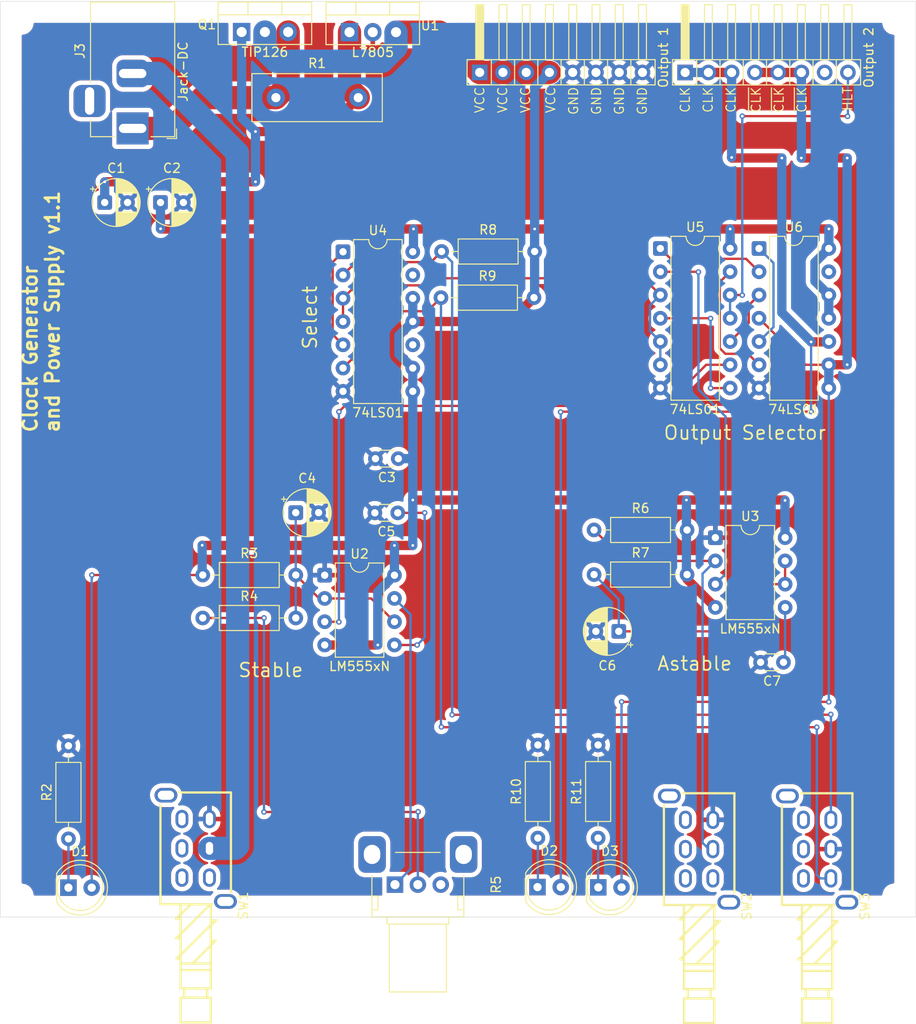
<source format=kicad_pcb>
(kicad_pcb (version 20241229) (generator "pcbnew") (generator_version "9.0")
  (title_block (title "Clock and Power Supply") (date "2025-11-22") (rev "1.1") (company "Marco Vettigli"))
  (layers (0 "F.Cu" signal) (2 "B.Cu" signal) (13 "F.Paste" user) (15 "B.Paste" user) (5 "F.SilkS" user "F.Silkscreen") (7 "B.SilkS" user "B.Silkscreen") (1 "F.Mask" user) (3 "B.Mask" user) (25 "Edge.Cuts" user))
  (net 0 "")
  (net 1 "Net-(Q1-B)")
  (net 2 "GND")
  (net 3 "/VCC")
  (net 4 "Net-(U2-THR)")
  (net 5 "Net-(U2-CV)")
  (net 6 "Net-(U3-DIS)")
  (net 7 "Net-(U3-CV)")
  (net 8 "Net-(D1-K)")
  (net 9 "/CLK")
  (net 10 "Net-(D2-K)")
  (net 11 "/~{CLK}")
  (net 12 "/HLT")
  (net 13 "unconnected-(J2-Pin_7-Pad7)")
  (net 14 "Net-(J3-Pad2)")
  (net 15 "Net-(Q1-E)")
  (net 16 "Net-(R4-Pad1)")
  (net 17 "Net-(U2-DIS)")
  (net 18 "Net-(U3-TR)")
  (net 19 "Net-(SW3-A)")
  (net 20 "Net-(SW3-C)")
  (net 21 "/Astable Clock/Astable")
  (net 22 "/Clock Selector/Stable")
  (net 23 "Net-(U4-Pad1)")
  (net 24 "/Clock Selector/Select")
  (net 27 "Net-(U5-Pad4)")
  (net 28 "Net-(U5-Pad1)")
  (net 29 "Net-(U5-Pad13)")
  (net 30 "Net-(U5-Pad10)")
  (net 31 "Net-(U6-Pad1)")
  (net 33 "Net-(D3-K)")
  (footprint "Capacitor_THT:CP_Radial_D5.0mm_P2.50mm" (layer "F.Cu") (at 97.48 98.82 180)
    (property "Reference" "C6")
    (property "Value" "1u")
  )
  (footprint "Custom:SW-TH_G-SWITCH-PS-22F03N" (layer "F.Cu") (at 106.2595 122.6 -90)
    (property "Reference" "SW2")
    (property "Value" "SPST")
  )
  (footprint "Package_TO_SOT_THT:TO-220-3_Vertical" (layer "F.Cu") (at 68.07 33.39)
    (property "Reference" "U1")
    (property "Value" "L7805")
  )
  (footprint "MountingHole:MountingHole_2.1mm" (layer "F.Cu") (at 127.57 32.37)
    (property "Reference" "REF**" (hide yes))
    (property "Value" "MountingHole_2.1mm" (hide yes))
  )
  (footprint "LED_THT:LED_D5.0mm" (layer "F.Cu") (at 88.605 126.75)
    (property "Reference" "D2")
    (property "Value" "BLUE")
  )
  (footprint "Package_DIP:DIP-8_W7.62mm" (layer "F.Cu") (at 108.03 88.59)
    (property "Reference" "U3")
    (property "Value" "LM555xN")
  )
  (footprint "MountingHole:MountingHole_2.1mm" (layer "F.Cu") (at 32.27 32.37)
    (property "Reference" "REF**" (hide yes))
    (property "Value" "MountingHole_2.1mm" (hide yes))
  )
  (footprint "Resistor_THT:R_Axial_DIN0207_L6.3mm_D2.5mm_P10.16mm_Horizontal" (layer "F.Cu") (at 94.78 87.75)
    (property "Reference" "R6")
    (property "Value" "1k")
  )
  (footprint "Package_DIP:DIP-14_W7.62mm" (layer "F.Cu") (at 102.02 57.01)
    (property "Reference" "U5")
    (property "Value" "74LS01")
  )
  (footprint "MountingHole:MountingHole_2.1mm" (layer "F.Cu") (at 32.27 127.67)
    (property "Reference" "REF**" (hide yes))
    (property "Value" "MountingHole_2.1mm" (hide yes))
  )
  (footprint "Custom:PinHeader_1x08_P2.54mm_Horizontal" (layer "F.Cu") (at 82.29 40.535 90)
    (property "Reference" "J1" (hide yes))
    (property "Value" "Output 1")
  )
  (footprint "Capacitor_THT:CP_Radial_D5.0mm_P2.50mm" (layer "F.Cu") (at 41.33 51.99)
    (property "Reference" "C1")
    (property "Value" "10u")
  )
  (footprint "Capacitor_THT:C_Disc_D3.0mm_W1.6mm_P2.50mm" (layer "F.Cu") (at 73.34 85.88 180)
    (property "Reference" "C5")
    (property "Value" "100n")
  )
  (footprint "Capacitor_THT:C_Disc_D3.0mm_W1.6mm_P2.50mm" (layer "F.Cu") (at 73.4 79.96 180)
    (property "Reference" "C3")
    (property "Value" "100n")
  )
  (footprint "Capacitor_THT:CP_Radial_D5.0mm_P2.50mm" (layer "F.Cu") (at 47.424888 51.99)
    (property "Reference" "C2")
    (property "Value" "10u")
  )
  (footprint "Resistor_THT:R_Axial_DIN0207_L6.3mm_D2.5mm_P10.16mm_Horizontal" (layer "F.Cu") (at 37.37 121.48 90)
    (property "Reference" "R2")
    (property "Value" "220")
  )
  (footprint "Connector_BarrelJack:BarrelJack_Horizontal" (layer "F.Cu") (at 44.38 43.9 -90)
    (property "Reference" "J3")
    (property "Value" "Jack-DC")
  )
  (footprint "Resistor_THT:R_Axial_DIN0207_L6.3mm_D2.5mm_P10.16mm_Horizontal" (layer "F.Cu") (at 78.13 57.34)
    (property "Reference" "R8")
    (property "Value" "10k")
  )
  (footprint "Custom:PinHeader_1x08_P2.54mm_Horizontal" (layer "F.Cu") (at 104.73 40.54 90)
    (property "Reference" "J2" (hide yes))
    (property "Value" "Output 2")
  )
  (footprint "Resistor_THT:R_Axial_DIN0207_L6.3mm_D2.5mm_P10.16mm_Horizontal" (layer "F.Cu") (at 95.225 121.39 90)
    (property "Reference" "R11")
    (property "Value" "220")
  )
  (footprint "Package_TO_SOT_THT:TO-220-3_Vertical" (layer "F.Cu") (at 56.29 33.37)
    (property "Reference" "Q1")
    (property "Value" "TIP126")
  )
  (footprint "LED_THT:LED_D5.0mm" (layer "F.Cu") (at 37.37 126.81)
    (property "Reference" "D1")
    (property "Value" "RED")
  )
  (footprint "Potentiometer_THT:Potentiometer_Alps_RK09K_Single_Horizontal" (layer "F.Cu") (at 73.035 126.48 90)
    (property "Reference" "R5")
    (property "Value" "1M")
  )
  (footprint "Resistor_THT:R_Axial_DIN0207_L6.3mm_D2.5mm_P10.16mm_Horizontal" (layer "F.Cu") (at 94.78 92.62)
    (property "Reference" "R7")
    (property "Value" "100k")
  )
  (footprint "Resistor_THT:R_Axial_DIN0207_L6.3mm_D2.5mm_P10.16mm_Horizontal" (layer "F.Cu") (at 88.645 121.39 90)
    (property "Reference" "R10")
    (property "Value" "220")
  )
  (footprint "Package_DIP:DIP-14_W7.62mm" (layer "F.Cu") (at 112.8 57.01)
    (property "Reference" "U6")
    (property "Value" "74LS01")
  )
  (footprint "LED_THT:LED_D5.0mm" (layer "F.Cu") (at 95.245 126.78)
    (property "Reference" "D3")
    (property "Value" "BLUE")
  )
  (footprint "Resistor_THT:R_Axial_DIN0207_L6.3mm_D2.5mm_P10.16mm_Horizontal" (layer "F.Cu") (at 52.04 97.36)
    (property "Reference" "R4")
    (property "Value" "1k")
  )
  (footprint "Package_DIP:DIP-8_W7.62mm" (layer "F.Cu") (at 65.36 92.69)
    (property "Reference" "U2")
    (property "Value" "LM555xN")
  )
  (footprint "Resistor_THT:R_Axial_DIN0207_L6.3mm_D2.5mm_P10.16mm_Horizontal" (layer "F.Cu") (at 52.04 92.67)
    (property "Reference" "R3")
    (property "Value" "1k")
  )
  (footprint "Capacitor_THT:C_Disc_D3.0mm_W1.6mm_P2.50mm" (layer "F.Cu") (at 115.47 102.2 180)
    (property "Reference" "C7")
    (property "Value" "100n")
  )
  (footprint "Capacitor_THT:CP_Radial_D5.0mm_P2.50mm" (layer "F.Cu") (at 62.194888 85.86)
    (property "Reference" "C4")
    (property "Value" "1u")
  )
  (footprint "MountingHole:MountingHole_2.1mm" (layer "F.Cu") (at 127.57 127.66)
    (property "Reference" "REF**" (hide yes))
    (property "Value" "MountingHole_2.1mm" (hide yes))
  )
  (footprint "Resistor_THT:R_Axial_DIN0207_L6.3mm_D2.5mm_P10.16mm_Horizontal" (layer "F.Cu") (at 78.06 62.38)
    (property "Reference" "R9")
    (property "Value" "10k")
  )
  (footprint "Resistor_THT:R_Box_L14.0mm_W5.0mm_P9.00mm" (layer "F.Cu") (at 60.03 40.54)
    (property "Reference" "R1")
    (property "Value" "2")
  )
  (footprint "Custom:SW-TH_G-SWITCH-PS-22F03N" (layer "F.Cu") (at 119.1495 122.6 -90)
    (property "Reference" "SW3")
    (property "Value" "SW_SPDT")
  )
  (footprint "Custom:SW-TH_G-SWITCH-PS-22F03N" (layer "F.Cu") (at 51.27 122.5165 -90)
    (property "Reference" "SW1")
    (property "Value" "SPST")
  )
  (footprint "Package_DIP:DIP-14_W7.62mm" (layer "F.Cu") (at 67.36 57.37)
    (property "Reference" "U4")
    (property "Value" "74LS01")
  )
  (gr_rect (start 29.93 30.02) (end 129.93 130.02) (stroke (width 0.05)) (fill no) (layer "Edge.Cuts"))
  (gr_text "Astable" (at 101.58 103.22 0) (layer "F.SilkS") (effects (font (size 1.5 1.5) (thickness 0.1875)) (justify left bottom)))
  (gr_text "Clock Generator\nand Power Supply v1.1" (at 36.5 77.24 90) (layer "F.SilkS") (effects (font (size 1.5 1.5) (thickness 0.3) (bold yes)) (justify left bottom)))
  (gr_text "Select" (at 64.63 68.14 90) (layer "F.SilkS") (effects (font (size 1.5 1.5) (thickness 0.1875)) (justify left bottom)))
  (gr_text "Output Selector" (at 102.28 78.01 0) (layer "F.SilkS") (effects (font (size 1.5 1.5) (thickness 0.1875)) (justify left bottom)))
  (gr_text "Stable" (at 55.81 103.93 0) (layer "F.SilkS") (effects (font (size 1.5 1.5) (thickness 0.1875)) (justify left bottom)))
  (segment (start 68.07 39.58) (end 69.03 40.54) (width 2.54) (layer "F.Cu") (net 1))
  (segment (start 65.33 44.24) (end 69.03 40.54) (width 1.016) (layer "F.Cu") (net 1))
  (segment (start 68.07 33.39) (end 68.07 39.58) (width 2.54) (layer "F.Cu") (net 1))
  (segment (start 57.8 44.24) (end 65.33 44.24) (width 1.016) (layer "F.Cu") (net 1))
  (segment (start 41.33 49.73) (end 57.8 49.73) (width 1.016) (layer "F.Cu") (net 1))
  (via (at 57.8 44.24) (size 0.6) (drill 0.3) (layers "F.Cu" "B.Cu") (net 1))
  (via (at 57.8 49.73) (size 0.6) (drill 0.3) (layers "F.Cu" "B.Cu") (net 1))
  (via (at 41.33 49.73) (size 0.6) (drill 0.3) (layers "F.Cu" "B.Cu") (net 1))
  (segment (start 41.33 51.99) (end 41.33 49.73) (width 1.016) (layer "B.Cu") (net 1))
  (segment (start 56.29 33.37) (end 56.29 42.73) (width 1.016) (layer "B.Cu") (net 1))
  (segment (start 56.29 42.73) (end 57.8 44.24) (width 1.016) (layer "B.Cu") (net 1))
  (segment (start 41.4 52.12) (end 41.33 52.19) (width 1.016) (layer "B.Cu") (net 1))
  (segment (start 57.8 49.73) (end 57.8 44.24) (width 1.016) (layer "B.Cu") (net 1))
  (segment (start 65.36 100.31) (end 71.16 100.31) (width 1.016) (layer "F.Cu") (net 3))
  (segment (start 109.65 54.88) (end 120.42 54.88) (width 1.016) (layer "F.Cu") (net 3))
  (segment (start 120.42 54.88) (end 120.43 54.87) (width 1.016) (layer "F.Cu") (net 3))
  (segment (start 77.895 33.39) (end 82.29 37.785) (width 2.54) (layer "F.Cu") (net 3))
  (segment (start 87.37 37.785) (end 89.91 37.785) (width 2.54) (layer "F.Cu") (net 3))
  (segment (start 74.98 64.99) (end 85.61 64.99) (width 1.016) (layer "F.Cu") (net 3))
  (segment (start 74.98 84.48) (end 104.87 84.48) (width 1.016) (layer "F.Cu") (net 3))
  (segment (start 52 89.44) (end 51.98 89.42) (width 1.016) (layer "F.Cu") (net 3))
  (segment (start 115.6 84.48) (end 115.64 84.52) (width 1.016) (layer "F.Cu") (net 3))
  (segment (start 72.98 89.44) (end 52 89.44) (width 1.016) (layer "F.Cu") (net 3))
  (segment (start 47.45 54.88) (end 75.06 54.88) (width 1.016) (layer "F.Cu") (net 3))
  (segment (start 47.43 54.86) (end 47.45 54.88) (width 1.016) (layer "F.Cu") (net 3))
  (segment (start 75.06 54.88) (end 88.29 54.88) (width 1.016) (layer "F.Cu") (net 3))
  (segment (start 104.94 93.12) (end 108.03 96.21) (width 1.016) (layer "F.Cu") (net 3))
  (segment (start 82.29 37.785) (end 84.83 37.785) (width 2.54) (layer "F.Cu") (net 3))
  (segment (start 104.87 84.48) (end 115.6 84.48) (width 1.016) (layer "F.Cu") (net 3))
  (segment (start 88.29 54.88) (end 109.65 54.88) (width 1.016) (layer "F.Cu") (net 3))
  (segment (start 73.15 33.39) (end 77.895 33.39) (width 2.54) (layer "F.Cu") (net 3))
  (segment (start 74.98 89.44) (end 72.98 89.44) (width 1.016) (layer "F.Cu") (net 3))
  (segment (start 85.61 64.99) (end 88.22 62.38) (width 1.016) (layer "F.Cu") (net 3))
  (segment (start 104.94 92.62) (end 104.94 93.12) (width 1.016) (layer "F.Cu") (net 3))
  (segment (start 84.83 37.785) (end 87.37 37.785) (width 2.54) (layer "F.Cu") (net 3))
  (segment (start 39.93 92.67) (end 52.04 92.67) (width 0.254) (layer "F.Cu") (net 3))
  (via (at 115.64 84.52) (size 0.6) (drill 0.3) (layers "F.Cu" "B.Cu") (net 3))
  (via (at 51.98 89.42) (size 0.6) (drill 0.3) (layers "F.Cu" "B.Cu") (net 3))
  (via (at 109.65 54.88) (size 0.6) (drill 0.3) (layers "F.Cu" "B.Cu") (net 3))
  (via (at 71.16 100.31) (size 0.6) (drill 0.3) (layers "F.Cu" "B.Cu") (net 3))
  (via (at 74.98 89.44) (size 0.6) (drill 0.3) (layers "F.Cu" "B.Cu") (net 3))
  (via (at 104.87 84.48) (size 0.6) (drill 0.3) (layers "F.Cu" "B.Cu") (net 3))
  (via (at 120.43 54.87) (size 0.6) (drill 0.3) (layers "F.Cu" "B.Cu") (net 3))
  (via (at 72.98 89.44) (size 0.6) (drill 0.3) (layers "F.Cu" "B.Cu") (net 3))
  (via (at 75.06 54.88) (size 0.6) (drill 0.3) (layers "F.Cu" "B.Cu") (net 3))
  (via (at 74.98 84.48) (size 0.6) (drill 0.3) (layers "F.Cu" "B.Cu") (net 3))
  (via (at 39.93 92.67) (size 0.6) (drill 0.3) (layers "F.Cu" "B.Cu") (net 3))
  (via (at 47.43 54.86) (size 0.6) (drill 0.3) (layers "F.Cu" "B.Cu") (net 3))
  (via (at 88.29 54.88) (size 0.6) (drill 0.3) (layers "F.Cu" "B.Cu") (net 3))
  (segment (start 73.4 79.96) (end 74.98 79.96) (width 1.016) (layer "B.Cu") (net 3))
  (segment (start 74.98 72.61) (end 74.98 78.38) (width 1.016) (layer "B.Cu") (net 3))
  (segment (start 74.98 62.45) (end 74.98 64.99) (width 1.016) (layer "B.Cu") (net 3))
  (segment (start 88.29 62.31) (end 88.22 62.38) (width 1.016) (layer "B.Cu") (net 3))
  (segment (start 71.16 94.51) (end 72.98 92.69) (width 1.016) (layer "B.Cu") (net 3))
  (segment (start 58.83 35.34) (end 60.05 36.56) (width 2.54) (layer "B.Cu") (net 3))
  (segment (start 109.64 54.89) (end 109.65 54.88) (width 1.016) (layer "B.Cu") (net 3))
  (segment (start 88.29 57.34) (end 88.29 62.31) (width 1.016) (layer "B.Cu") (net 3))
  (segment (start 88.29 54.88) (end 88.29 39.405) (width 1.016) (layer "B.Cu") (net 3))
  (segment (start 47.424888 51.99) (end 47.424888 54.854888) (width 1.016) (layer "B.Cu") (net 3))
  (segment (start 120.43 54.87) (end 120.43 57) (width 1.016) (layer "B.Cu") (net 3))
  (segment (start 75.06 57.29) (end 74.98 57.37) (width 1.016) (layer "B.Cu") (net 3))
  (segment (start 120.43 57) (end 120.42 57.01) (width 1.016) (layer "B.Cu") (net 3))
  (segment (start 74.98 64.99) (end 73.471 66.499) (width 1.016) (layer "B.Cu") (net 3))
  (segment (start 73.15 35.04) (end 73.15 33.39) (width 2.54) (layer "B.Cu") (net 3))
  (segment (start 73.471 66.499) (end 73.471 68.561) (width 1.016) (layer "B.Cu") (net 3))
  (segment (start 74.98 70.07) (end 74.98 72.61) (width 1.016) (layer "B.Cu") (net 3))
  (segment (start 58.83 33.37) (end 58.83 35.34) (width 2.54) (layer "B.Cu") (net 3))
  (segment (start 109.64 57.01) (end 109.64 54.89) (width 1.016) (layer "B.Cu") (net 3))
  (segment (start 75.06 54.88) (end 75.06 57.29) (width 1.016) (layer "B.Cu") (net 3))
  (segment (start 73.471 68.561) (end 74.98 70.07) (width 1.016) (layer "B.Cu") (net 3))
  (segment (start 115.64 88.58) (end 115.65 88.59) (width 1.016) (layer "B.Cu") (net 3))
  (segment (start 51.98 92.61) (end 52.04 92.67) (width 1.016) (layer "B.Cu") (net 3))
  (segment (start 88.29 39.405) (end 89.91 37.785) (width 1.016) (layer "B.Cu") (net 3))
  (segment (start 104.87 92.62) (end 104.87 88.57) (width 1.016) (layer "B.Cu") (net 3))
  (segment (start 73.12 33.42) (end 73.15 33.39) (width 1.016) (layer "B.Cu") (net 3))
  (segment (start 72.98 92.69) (end 72.98 89.44) (width 1.016) (layer "B.Cu") (net 3))
  (segment (start 118.911 58.519) (end 118.911 60.581) (width 1.016) (layer "B.Cu") (net 3))
  (segment (start 39.91 93.07) (end 39.91 126.81) (width 0.254) (layer "B.Cu") (net 3))
  (segment (start 71.16 100.31) (end 71.16 94.51) (width 1.016) (layer "B.Cu") (net 3))
  (segment (start 60.05 36.56) (end 71.63 36.56) (width 2.54) (layer "B.Cu") (net 3))
  (segment (start 71.63 36.56) (end 73.15 35.04) (width 2.54) (layer "B.Cu") (net 3))
  (segment (start 51.98 89.42) (end 51.98 92.61) (width 1.016) (layer "B.Cu") (net 3))
  (segment (start 104.87 88.57) (end 104.87 84.48) (width 1.016) (layer "B.Cu") (net 3))
  (segment (start 88.29 57.34) (end 88.29 54.88) (width 1.016) (layer "B.Cu") (net 3))
  (segment (start 120.42 57.01) (end 118.911 58.519) (width 1.016) (layer "B.Cu") (net 3))
  (segment (start 39.93 93.05) (end 39.91 93.07) (width 0.254) (layer "B.Cu") (net 3))
  (segment (start 115.64 84.52) (end 115.64 88.58) (width 1.016) (layer "B.Cu") (net 3))
  (segment (start 74.98 84.48) (end 74.98 79.96) (width 1.016) (layer "B.Cu") (net 3))
  (segment (start 74.98 78.38) (end 74.98 79.96) (width 1.016) (layer "B.Cu") (net 3))
  (segment (start 118.911 60.581) (end 120.42 62.09) (width 1.016) (layer "B.Cu") (net 3))
  (segment (start 47.424888 54.854888) (end 47.43 54.86) (width 1.016) (layer "B.Cu") (net 3))
  (segment (start 74.98 89.44) (end 74.98 84.48) (width 1.016) (layer "B.Cu") (net 3))
  (segment (start 39.93 92.67) (end 39.93 93.05) (width 0.254) (layer "B.Cu") (net 3))
  (segment (start 120.42 62.09) (end 120.42 64.63) (width 1.016) (layer "B.Cu") (net 3))
  (segment (start 65.36 95.23) (end 70.44 95.23) (width 0.254) (layer "F.Cu") (net 4))
  (segment (start 62.2 92.67) (end 64.76 95.23) (width 0.254) (layer "F.Cu") (net 4))
  (segment (start 64.76 95.23) (end 65.36 95.23) (width 0.254) (layer "F.Cu") (net 4))
  (segment (start 70.44 95.23) (end 72.98 97.77) (width 0.254) (layer "F.Cu") (net 4))
  (segment (start 62.194888 85.86) (end 62.194888 92.664888) (width 0.254) (layer "B.Cu") (net 4))
  (segment (start 62.2 92.67) (end 62.2 97.36) (width 0.254) (layer "B.Cu") (net 4))
  (segment (start 62.194888 92.664888) (end 62.2 92.67) (width 0.254) (layer "B.Cu") (net 4))
  (segment (start 72.98 100.31) (end 75.46 100.31) (width 0.254) (layer "F.Cu") (net 5))
  (segment (start 76.28 85.87) (end 76.27 85.88) (width 0.254) (layer "F.Cu") (net 5))
  (segment (start 76.27 85.88) (end 73.34 85.88) (width 0.254) (layer "F.Cu") (net 5))
  (via (at 75.46 100.31) (size 0.6) (drill 0.3) (layers "F.Cu" "B.Cu") (net 5))
  (via (at 76.28 85.87) (size 0.6) (drill 0.3) (layers "F.Cu" "B.Cu") (net 5))
  (segment (start 75.46 100.31) (end 76.28 99.49) (width 0.254) (layer "B.Cu") (net 5))
  (segment (start 76.28 99.49) (end 76.28 85.87) (width 0.254) (layer "B.Cu") (net 5))
  (segment (start 97.48 98.82) (end 108.39 98.82) (width 0.254) (layer "F.Cu") (net 6))
  (segment (start 115.65 93.67) (end 115.65 91.13) (width 0.254) (layer "F.Cu") (net 6))
  (segment (start 108.39 98.82) (end 113.54 93.67) (width 0.254) (layer "F.Cu") (net 6))
  (segment (start 113.54 93.67) (end 115.65 93.67) (width 0.254) (layer "F.Cu") (net 6))
  (segment (start 97.48 95.32) (end 97.48 98.82) (width 0.254) (layer "B.Cu") (net 6))
  (segment (start 94.78 92.62) (end 97.48 95.32) (width 0.254) (layer "B.Cu") (net 6))
  (segment (start 115.65 96.21) (end 115.65 102.02) (width 0.254) (layer "B.Cu") (net 7))
  (segment (start 115.65 102.02) (end 115.47 102.2) (width 0.254) (layer "B.Cu") (net 7))
  (segment (start 37.37 121.48) (end 37.37 126.81) (width 0.254) (layer "B.Cu") (net 8))
  (segment (start 120.38 67.21) (end 120.42 67.17) (width 1.016) (layer "F.Cu") (net 9))
  (segment (start 109.81 47.09) (end 109.85 47.13) (width 1.016) (layer "F.Cu") (net 9))
  (segment (start 91.17 74.83) (end 118.49 74.83) (width 0.254) (layer "F.Cu") (net 9))
  (segment (start 107.27 37.79) (end 109.81 37.79) (width 1.016) (layer "F.Cu") (net 9))
  (segment (start 109.85 47.13) (end 115.29 47.13) (width 1.016) (layer "F.Cu") (net 9))
  (segment (start 118.49 67.21) (end 120.38 67.21) (width 1.016) (layer "F.Cu") (net 9))
  (segment (start 109.81 47.07) (end 109.81 47.09) (width 1.016) (layer "F.Cu") (net 9))
  (segment (start 91.13 74.87) (end 91.17 74.83) (width 0.254) (layer "F.Cu") (net 9))
  (via (at 115.29 47.13) (size 0.6) (drill 0.3) (layers "F.Cu" "B.Cu") (net 9))
  (via (at 118.49 74.83) (size 0.6) (drill 0.3) (layers "F.Cu" "B.Cu") (net 9))
  (via (at 91.13 74.87) (size 0.6) (drill 0.3) (layers "F.Cu" "B.Cu") (net 9))
  (via (at 118.49 67.21) (size 0.6) (drill 0.3) (layers "F.Cu" "B.Cu") (net 9))
  (via (at 109.81 47.07) (size 0.6) (drill 0.3) (layers "F.Cu" "B.Cu") (net 9))
  (segment (start 115.29 47.13) (end 115.29 64.01) (width 1.016) (layer "B.Cu") (net 9))
  (segment (start 120.29 67.3) (end 120.42 67.17) (width 1.016) (layer "B.Cu") (net 9))
  (segment (start 115.29 64.01) (end 118.49 67.21) (width 1.016) (layer "B.Cu") (net 9))
  (segment (start 104.73 37.79) (end 107.27 37.79) (width 1.016) (layer "B.Cu") (net 9))
  (segment (start 91.145 74.885) (end 91.145 126.75) (width 0.254) (layer "B.Cu") (net 9))
  (segment (start 91.13 74.87) (end 91.145 74.885) (width 0.254) (layer "B.Cu") (net 9))
  (segment (start 109.81 47.07) (end 109.81 37.79) (width 1.016) (layer "B.Cu") (net 9))
  (segment (start 118.49 67.21) (end 118.49 74.83) (width 0.254) (layer "B.Cu") (net 9))
  (segment (start 88.645 126.71) (end 88.605 126.75) (width 0.254) (layer "B.Cu") (net 10))
  (segment (start 88.645 121.39) (end 88.645 126.71) (width 0.254) (layer "B.Cu") (net 10))
  (segment (start 112.35 37.79) (end 114.89 37.79) (width 1.016) (layer "F.Cu") (net 11))
  (segment (start 112.8 64.63) (end 117.88 69.71) (width 0.254) (layer "F.Cu") (net 11))
  (segment (start 117.42 47.13) (end 119.95 47.13) (width 1.016) (layer "F.Cu") (net 11))
  (segment (start 122.43 47.13) (end 119.95 47.13) (width 1.016) (layer "F.Cu") (net 11))
  (segment (start 120.42 106.52) (end 97.79 106.52) (width 0.254) (layer "F.Cu") (net 11))
  (segment (start 120.42 69.71) (end 122.42 69.71) (width 1.016) (layer "F.Cu") (net 11))
  (segment (start 114.89 37.79) (end 117.43 37.79) (width 1.016) (layer "F.Cu") (net 11))
  (segment (start 122.42 69.71) (end 122.43 69.7) (width 1.016) (layer "F.Cu") (net 11))
  (segment (start 117.88 69.71) (end 120.42 69.71) (width 0.254) (layer "F.Cu") (net 11))
  (via (at 117.42 47.13) (size 0.6) (drill 0.3) (layers "F.Cu" "B.Cu") (net 11))
  (via (at 120.42 106.52) (size 0.6) (drill 0.3) (layers "F.Cu" "B.Cu") (net 11))
  (via (at 122.43 47.13) (size 0.6) (drill 0.3) (layers "F.Cu" "B.Cu") (net 11))
  (via (at 122.43 69.7) (size 0.6) (drill 0.3) (layers "F.Cu" "B.Cu") (net 11))
  (via (at 97.79 106.52) (size 0.6) (drill 0.3) (layers "F.Cu" "B.Cu") (net 11))
  (segment (start 97.79 106.52) (end 97.79 107.03) (width 0.254) (layer "B.Cu") (net 11))
  (segment (start 117.43 37.79) (end 117.43 47.12) (width 1.016) (layer "B.Cu") (net 11))
  (segment (start 120.42 106.52) (end 120.42 72.25) (width 0.254) (layer "B.Cu") (net 11))
  (segment (start 120.42 69.71) (end 120.42 72.25) (width 1.016) (layer "B.Cu") (net 11))
  (segment (start 97.785 107.035) (end 97.785 126.78) (width 0.254) (layer "B.Cu") (net 11))
  (segment (start 97.79 107.03) (end 97.785 107.035) (width 0.254) (layer "B.Cu") (net 11))
  (segment (start 122.43 69.7) (end 122.43 47.13) (width 1.016) (layer "B.Cu") (net 11))
  (segment (start 117.43 47.12) (end 117.42 47.13) (width 1.016) (layer "B.Cu") (net 11))
  (segment (start 110.97 42.56) (end 122.45 42.56) (width 0.254) (layer "F.Cu") (net 12))
  (segment (start 110.95 62.09) (end 110.97 62.11) (width 0.254) (layer "F.Cu") (net 12))
  (segment (start 122.45 42.56) (end 122.47 42.58) (width 0.254) (layer "F.Cu") (net 12))
  (segment (start 109.64 62.09) (end 110.95 62.09) (width 0.254) (layer "F.Cu") (net 12))
  (via (at 122.47 42.58) (size 0.6) (drill 0.3) (layers "F.Cu" "B.Cu") (net 12))
  (via (at 110.97 62.11) (size 0.6) (drill 0.3) (layers "F.Cu" "B.Cu") (net 12))
  (via (at 110.97 42.56) (size 0.6) (drill 0.3) (layers "F.Cu" "B.Cu") (net 12))
  (segment (start 109.64 64.63) (end 109.64 62.09) (width 0.254) (layer "B.Cu") (net 12))
  (segment (start 122.47 42.58) (end 122.51 42.54) (width 0.254) (layer "B.Cu") (net 12))
  (segment (start 110.97 62.11) (end 110.97 42.56) (width 0.254) (layer "B.Cu") (net 12))
  (segment (start 122.51 42.54) (end 122.51 37.79) (width 0.254) (layer "B.Cu") (net 12))
  (segment (start 119.95 37.81) (end 119.97 37.79) (width 1.016) (layer "B.Cu") (net 13))
  (segment (start 55.821 50.549729) (end 55.85 50.578729) (width 2.54) (layer "B.Cu") (net 14))
  (segment (start 55.85 50.578729) (end 55.85 122.25) (width 2.54) (layer "B.Cu") (net 14))
  (segment (start 44.38 37.9) (end 47.151271 37.9) (width 2.54) (layer "B.Cu") (net 14))
  (segment (start 55.5835 122.5165) (end 55.85 122.25) (width 2.54) (layer "B.Cu") (net 14))
  (segment (start 55.821 46.569729) (end 55.821 50.549729) (width 2.54) (layer "B.Cu") (net 14))
  (segment (start 47.151271 37.9) (end 55.821 46.569729) (width 2.54) (layer "B.Cu") (net 14))
  (segment (start 52.7705 122.5165) (end 55.5835 122.5165) (width 2.54) (layer "B.Cu") (net 14))
  (segment (start 44.38 43.9) (end 44.671 43.609) (width 2.54) (layer "F.Cu") (net 15))
  (segment (start 52.03 40.54) (end 60.03 40.54) (width 2.54) (layer "F.Cu") (net 15))
  (segment (start 61.37 33.37) (end 61.37 39.2) (width 2.54) (layer "F.Cu") (net 15))
  (segment (start 44.38 43.9) (end 48.67 43.9) (width 2.54) (layer "F.Cu") (net 15))
  (segment (start 48.67 43.9) (end 52.03 40.54) (width 2.54) (layer "F.Cu") (net 15))
  (segment (start 61.37 39.2) (end 60.03 40.54) (width 2.54) (layer "F.Cu") (net 15))
  (segment (start 58.73 118.55) (end 75.53 118.55) (width 0.254) (layer "F.Cu") (net 16))
  (segment (start 58.72 97.36) (end 58.73 97.35) (width 0.254) (layer "F.Cu") (net 16))
  (segment (start 75.53 118.55) (end 75.56 118.52) (width 0.254) (layer "F.Cu") (net 16))
  (segment (start 52.04 97.36) (end 58.72 97.36) (width 0.254) (layer "F.Cu") (net 16))
  (via (at 75.56 118.52) (size 0.6) (drill 0.3) (layers "F.Cu" "B.Cu") (net 16))
  (via (at 58.73 97.35) (size 0.6) (drill 0.3) (layers "F.Cu" "B.Cu") (net 16))
  (via (at 58.73 118.55) (size 0.6) (drill 0.3) (layers "F.Cu" "B.Cu") (net 16))
  (segment (start 75.535 118.545) (end 75.535 126.48) (width 0.254) (layer "B.Cu") (net 16))
  (segment (start 58.73 118.55) (end 58.73 97.35) (width 0.254) (layer "B.Cu") (net 16))
  (segment (start 75.56 118.52) (end 75.535 118.545) (width 0.254) (layer "B.Cu") (net 16))
  (segment (start 73.035 126.48) (end 74.735 124.78) (width 0.254) (layer "B.Cu") (net 17))
  (segment (start 72.98 95.23) (end 74.735 96.985) (width 0.254) (layer "B.Cu") (net 17))
  (segment (start 74.735 124.78) (end 74.735 96.985) (width 0.254) (layer "B.Cu") (net 17))
  (segment (start 94.78 87.75) (end 98.16 91.13) (width 0.254) (layer "F.Cu") (net 18))
  (segment (start 98.16 91.13) (end 108.03 91.13) (width 0.254) (layer "F.Cu") (net 18))
  (segment (start 106.632 121.912) (end 106.632 92.528) (width 0.254) (layer "B.Cu") (net 18))
  (segment (start 106.632 92.528) (end 108.03 91.13) (width 0.254) (layer "B.Cu") (net 18))
  (segment (start 107.66 122.94) (end 106.632 121.912) (width 0.254) (layer "B.Cu") (net 18))
  (segment (start 67.36 59.91) (end 68.772 58.498) (width 0.254) (layer "F.Cu") (net 19))
  (segment (start 120.64 107.93) (end 120.64 107.89) (width 0.254) (layer "F.Cu") (net 19))
  (segment (start 79.28 107.93) (end 120.64 107.93) (width 0.254) (layer "F.Cu") (net 19))
  (segment (start 68.772 58.498) (end 76.972 58.498) (width 0.254) (layer "F.Cu") (net 19))
  (segment (start 76.972 58.498) (end 78.13 57.34) (width 0.254) (layer "F.Cu") (net 19))
  (via (at 79.28 107.93) (size 0.6) (drill 0.3) (layers "F.Cu" "B.Cu") (net 19))
  (via (at 120.64 107.89) (size 0.6) (drill 0.3) (layers "F.Cu" "B.Cu") (net 19))
  (segment (start 120.64 107.89) (end 120.55 107.98) (width 0.254) (layer "B.Cu") (net 19))
  (segment (start 79.28 58.49) (end 79.28 107.93) (width 0.254) (layer "B.Cu") (net 19))
  (segment (start 78.13 57.34) (end 79.28 58.49) (width 0.254) (layer "B.Cu") (net 19))
  (segment (start 120.65 107.9) (end 120.65 119.4) (width 0.254) (layer "B.Cu") (net 19))
  (segment (start 120.64 107.89) (end 120.65 107.9) (width 0.254) (layer "B.Cu") (net 19))
  (segment (start 78.14 109.29) (end 78.105 109.255) (width 0.254) (layer "F.Cu") (net 20))
  (segment (start 67.36 70.07) (end 73.568 63.862) (width 0.254) (layer "F.Cu") (net 20))
  (segment (start 119.11 109.29) (end 78.14 109.29) (width 0.254) (layer "F.Cu") (net 20))
  (segment (start 76.578 63.862) (end 78.06 62.38) (width 0.254) (layer "F.Cu") (net 20))
  (segment (start 73.568 63.862) (end 76.578 63.862) (width 0.254) (layer "F.Cu") (net 20))
  (via (at 78.105 109.255) (size 0.6) (drill 0.3) (layers "F.Cu" "B.Cu") (net 20))
  (via (at 119.11 109.29) (size 0.6) (drill 0.3) (layers "F.Cu" "B.Cu") (net 20))
  (segment (start 78.06 109.21) (end 78.06 62.38) (width 0.254) (layer "B.Cu") (net 20))
  (segment (start 78.105 109.255) (end 78.06 109.21) (width 0.254) (layer "B.Cu") (net 20))
  (segment (start 119.11 109.29) (end 119.11 125.42) (width 0.254) (layer "B.Cu") (net 20))
  (segment (start 119.49 125.8) (end 120.65 125.8) (width 0.254) (layer "B.Cu") (net 20))
  (segment (start 119.11 125.42) (end 119.49 125.8) (width 0.254) (layer "B.Cu") (net 20))
  (segment (start 65.36 97.77) (end 66.89 97.77) (width 0.254) (layer "F.Cu") (net 21))
  (segment (start 102.538 74.202) (end 107.03 69.71) (width 0.254) (layer "F.Cu") (net 21))
  (segment (start 107.03 69.71) (end 109.64 69.71) (width 0.254) (layer "F.Cu") (net 21))
  (segment (start 66.91 74.84) (end 67.548 74.202) (width 0.254) (layer "F.Cu") (net 21))
  (segment (start 66.89 97.77) (end 66.91 97.79) (width 0.254) (layer "F.Cu") (net 21))
  (segment (start 67.548 74.202) (end 102.538 74.202) (width 0.254) (layer "F.Cu") (net 21))
  (via (at 66.91 97.79) (size 0.6) (drill 0.3) (layers "F.Cu" "B.Cu") (net 21))
  (via (at 66.91 74.84) (size 0.6) (drill 0.3) (layers "F.Cu" "B.Cu") (net 21))
  (segment (start 66.91 97.79) (end 66.91 74.84) (width 0.254) (layer "B.Cu") (net 21))
  (segment (start 106.18 59.58) (end 106.15 59.55) (width 0.254) (layer "F.Cu") (net 22))
  (segment (start 106.15 59.55) (end 102.02 59.55) (width 0.254) (layer "F.Cu") (net 22))
  (via (at 106.18 59.58) (size 0.6) (drill 0.3) (layers "F.Cu" "B.Cu") (net 22))
  (segment (start 106.18 59.58) (end 106.15 59.55) (width 0.254) (layer "B.Cu") (net 22))
  (segment (start 109.158 92.542) (end 108.03 93.67) (width 0.254) (layer "B.Cu") (net 22))
  (segment (start 109.158 75.378) (end 109.158 92.542) (width 0.254) (layer "B.Cu") (net 22))
  (segment (start 106.18 72.4) (end 109.158 75.378) (width 0.254) (layer "B.Cu") (net 22))
  (segment (start 106.18 59.58) (end 106.18 72.4) (width 0.254) (layer "B.Cu") (net 22))
  (segment (start 67.36 57.37) (end 66.232 58.498) (width 0.254) (layer "F.Cu") (net 23))
  (segment (start 66.232 66.402) (end 67.36 67.53) (width 0.254) (layer "F.Cu") (net 23))
  (segment (start 66.232 58.498) (end 66.232 66.402) (width 0.254) (layer "F.Cu") (net 23))
  (segment (start 67.36 62.45) (end 68.772 61.038) (width 0.254) (layer "F.Cu") (net 24))
  (segment (start 68.772 61.038) (end 76.886767 61.038) (width 0.254) (layer "F.Cu") (net 24))
  (segment (start 76.886767 61.038) (end 77.662767 60.262) (width 0.254) (layer "F.Cu") (net 24))
  (segment (start 100.192 60.262) (end 102.02 62.09) (width 0.254) (layer "F.Cu") (net 24))
  (segment (start 67.36 62.45) (end 67.36 64.99) (width 0.254) (layer "F.Cu") (net 24))
  (segment (start 77.662767 60.262) (end 100.192 60.262) (width 0.254) (layer "F.Cu") (net 24))
  (segment (start 100.892 66.042) (end 100.892 63.218) (width 0.254) (layer "B.Cu") (net 24))
  (segment (start 102.02 67.17) (end 100.892 66.042) (width 0.254) (layer "B.Cu") (net 24))
  (segment (start 102.02 69.71) (end 102.02 67.17) (width 0.254) (layer "B.Cu") (net 24))
  (segment (start 100.892 63.218) (end 102.02 62.09) (width 0.254) (layer "B.Cu") (net 24))
  (segment (start 109.63 72.26) (end 109.64 72.25) (width 0.254) (layer "F.Cu") (net 27))
  (segment (start 107.49 64.63) (end 107.51 64.65) (width 0.254) (layer "F.Cu") (net 27))
  (segment (start 102.02 64.63) (end 107.49 64.63) (width 0.254) (layer "F.Cu") (net 27))
  (segment (start 107.51 72.26) (end 109.63 72.26) (width 0.254) (layer "F.Cu") (net 27))
  (via (at 107.51 72.26) (size 0.6) (drill 0.3) (layers "F.Cu" "B.Cu") (net 27))
  (via (at 107.51 64.65) (size 0.6) (drill 0.3) (layers "F.Cu" "B.Cu") (net 27))
  (segment (start 107.51 72.26) (end 107.51 64.65) (width 0.254) (layer "B.Cu") (net 27))
  (segment (start 103.148 58.138) (end 111.388 58.138) (width 0.254) (layer "F.Cu") (net 28))
  (segment (start 102.02 57.01) (end 103.148 58.138) (width 0.254) (layer "F.Cu") (net 28))
  (segment (start 111.388 58.138) (end 112.8 59.55) (width 0.254) (layer "F.Cu") (net 28))
  (segment (start 111.6 68.51) (end 109.12 68.51) (width 0.254) (layer "F.Cu") (net 29))
  (segment (start 108.512 60.678) (end 109.64 59.55) (width 0.254) (layer "F.Cu") (net 29))
  (segment (start 108.512 67.902) (end 108.512 60.678) (width 0.254) (layer "F.Cu") (net 29))
  (segment (start 112.8 69.71) (end 111.6 68.51) (width 0.254) (layer "F.Cu") (net 29))
  (segment (start 109.12 68.51) (end 108.512 67.902) (width 0.254) (layer "F.Cu") (net 29))
  (segment (start 112.8 62.09) (end 111.672 63.218) (width 0.254) (layer "F.Cu") (net 30))
  (segment (start 111.672 63.218) (end 111.672 65.138) (width 0.254) (layer "F.Cu") (net 30))
  (segment (start 111.672 65.138) (end 109.64 67.17) (width 0.254) (layer "F.Cu") (net 30))
  (segment (start 114.38 65.59) (end 112.8 67.17) (width 0.254) (layer "B.Cu") (net 31))
  (segment (start 112.8 57.01) (end 114.38 58.59) (width 0.254) (layer "B.Cu") (net 31))
  (segment (start 114.38 58.59) (end 114.38 65.59) (width 0.254) (layer "B.Cu") (net 31))
  (segment (start 95.225 121.39) (end 95.225 126.76) (width 0.254) (layer "B.Cu") (net 33))
  (segment (start 95.225 126.76) (end 95.245 126.78) (width 0.254) (layer "B.Cu") (net 33))
  (zone (net 2) (net_name "GND") (layer "F.Cu") (connect_pads (clearance 0.5)) (min_thickness 0.25) (fill yes (thermal_gap 0.5) (thermal_bridge_width 0.5))
    (polygon (pts (xy 32.27 32.37) (xy 127.57 32.37) (xy 127.57 127.66) (xy 32.27 127.67)))
  )
  (zone (net 2) (net_name "GND") (layer "B.Cu") (priority 1) (connect_pads (clearance 0.5)) (min_thickness 0.25) (fill yes (thermal_gap 0.5) (thermal_bridge_width 0.5))
    (polygon (pts (xy 32.28 32.37) (xy 127.58 32.37) (xy 127.56 127.66) (xy 32.26 127.67)))
  )
)
</source>
